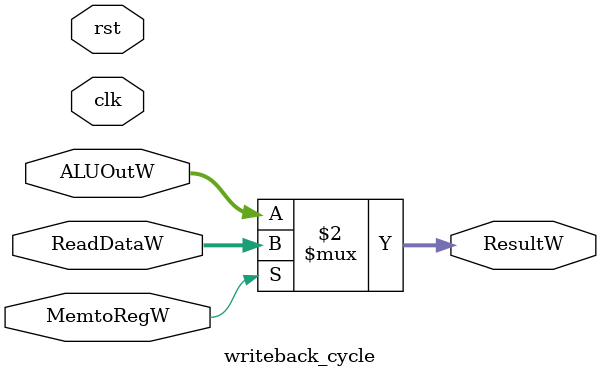
<source format=sv>
module writeback_cycle (
    input clk,
    rst,
    input MemtoRegW,
    input [31:0] ALUOutW,
    input [31:0] ReadDataW,
    output [31:0] ResultW
);

  assign ResultW = (MemtoRegW == 1) ? ReadDataW : ALUOutW;

endmodule

</source>
